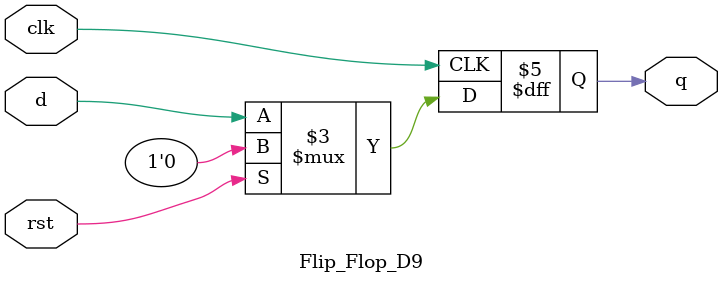
<source format=v>
`timescale 1ns / 1ps
module Flip_Flop_D9(
    input clk,
    input d,
    input rst,
    output reg q
    );

	 always @(posedge clk)
	 if (rst) 
	 q <= 0;
	 else
	 q <= d;
    
endmodule

</source>
